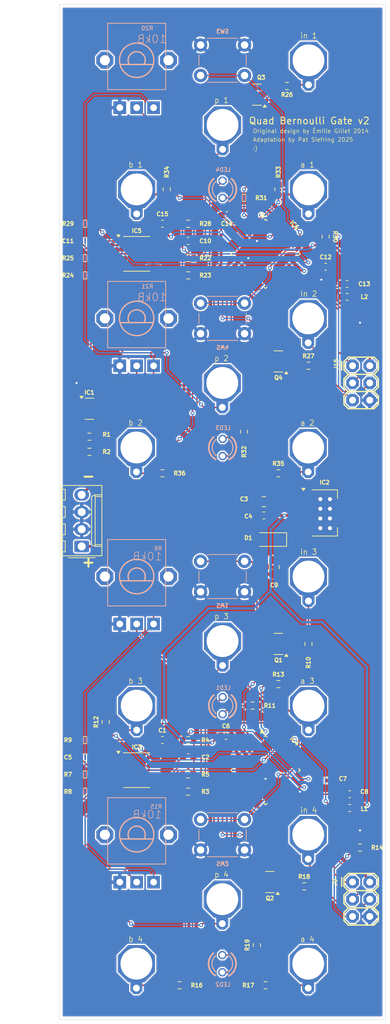
<source format=kicad_pcb>
(kicad_pcb (version 20240108) (generator "pcbnew") (generator_version "8.0")
  (layers (0 "F.Cu" signal) (31 "B.Cu" signal) (34 "B.Paste" user) (35 "F.Paste" user) (36 "B.SilkS" user "B.Silkscreen") (37 "F.SilkS" user "F.Silkscreen") (38 "B.Mask" user) (39 "F.Mask" user) (44 "Edge.Cuts" user))
  (net 0 "")
  (net 1 "GND")
  (net 2 "VEE")
  (net 3 "N$29")
  (net 4 "RESET")
  (net 5 "N$1")
  (net 6 "GATE1_IN")
  (net 7 "N$2")
  (net 8 "GATE2_IN")
  (net 9 "+5V")
  (net 10 "N$9")
  (net 11 "N$10")
  (net 12 "N$34")
  (net 13 "N$35")
  (net 14 "N$36")
  (net 15 "AREF")
  (net 16 "MOSI")
  (net 17 "MISO")
  (net 18 "SCK")
  (net 19 "N$6")
  (net 20 "N$39")
  (net 21 "REF_-5")
  (net 22 "N$3")
  (net 23 "N$4")
  (net 24 "N$8")
  (net 25 "N$11")
  (net 26 "VCC")
  (net 27 "P1_CV")
  (net 28 "P2_CV")
  (net 29 "IN1")
  (net 30 "IN2")
  (net 31 "OUT1_A")
  (net 32 "OUT1_B")
  (net 33 "OUT2_A")
  (net 34 "OUT2_B")
  (net 35 "N$14")
  (net 36 "N$15")
  (net 37 "N$18")
  (net 38 "N$13")
  (net 39 "N$16")
  (net 40 "N$17")
  (net 41 "SW1")
  (net 42 "SW2")
  (net 43 "/P1_CV")
  (net 44 "/P2_CV")
  (net 45 "/AREF")
  (net 46 "Net-(IC5B--IN)")
  (net 47 "Net-(IC5A--IN)")
  (net 48 "Net-(IC6-AVCC)")
  (net 49 "/OUT2_A")
  (net 50 "/OUT1_A")
  (net 51 "/RESET")
  (net 52 "/SCK")
  (net 53 "/SW1")
  (net 54 "/IN2")
  (net 55 "/MISO")
  (net 56 "/IN1")
  (net 57 "/SW2")
  (net 58 "/OUT2_B")
  (net 59 "/MOSI")
  (net 60 "/OUT1_B")
  (net 61 "Net-(IC6-PD2(INT0))")
  (net 62 "Net-(IC6-PB0(ICP))")
  (net 63 "Net-(IC6-PB1(OC1A))")
  (net 64 "Net-(IC6-PD1(TXD))")
  (net 65 "Net-(J11-3)")
  (net 66 "Net-(J12-3)")
  (net 67 "Net-(J13-3)")
  (net 68 "Net-(J14-3)")
  (net 69 "Net-(J16-3)")
  (net 70 "Net-(J17-3)")
  (net 71 "Net-(J18-3)")
  (net 72 "Net-(J19-3)")
  (net 73 "Net-(LED3-C)")
  (net 74 "Net-(LED4-PadA)")
  (net 75 "Net-(Q3-PadB)")
  (net 76 "Net-(Q4-PadB)")
  (net 77 "Net-(R20-S)")
  (net 78 "Net-(R21-S)")
  (footprint "Package_TO_SOT_SMD:SOT-23" (layer "F.Cu") (at 71.755 114.72 180)
    (property "Reference" "Q1")
    (property "Value" "MMBT3904")
  )
  (footprint "Library:BananaJackHookup" (layer "F.Cu") (at 76.2 123.825)
    (property "Reference" "REF**" (hide yes))
    (property "Value" "BananaJackHookup" (hide yes))
  )
  (footprint "Capacitor_SMD:C_0603_1608Metric" (layer "F.Cu") (at 64.008 128.27)
    (property "Reference" "C6")
    (property "Value" "100n")
  )
  (footprint "Library:BananaJackHookup" (layer "F.Cu") (at 50.8 123.825)
    (property "Reference" "REF**" (hide yes))
    (property "Value" "BananaJackHookup" (hide yes))
  )
  (footprint "Resistor_SMD:R_0603_1608Metric" (layer "F.Cu") (at 75.565 150.495)
    (property "Reference" "R18")
    (property "Value" "100k")
  )
  (footprint "Resistor_SMD:R_0603_1608Metric" (layer "F.Cu") (at 58.42 136.525)
    (property "Reference" "R3")
    (property "Value" "100k")
  )
  (footprint "Package_TO_SOT_SMD:SOT-23" (layer "F.Cu") (at 43.815 80.01)
    (property "Reference" "IC1")
    (property "Value" "LM4040 5.0V")
  )
  (footprint "Resistor_SMD:R_0603_1608Metric" (layer "F.Cu") (at 58.42 52.705 180)
    (property "Reference" "R28")
    (property "Value" "100k")
  )
  (footprint "branches_v40COPY:FIDUCIAL-1X2" (layer "F.Cu") (at 41.275 168.275)
    (property "Reference" "F4" (hide yes))
    (property "Value" "FIDUCIAL1X2" (hide yes))
  )
  (footprint "Capacitor_SMD:C_0603_1608Metric" (layer "F.Cu") (at 43.18 131.445)
    (property "Reference" "C5")
    (property "Value" "1n")
  )
  (footprint "branches_v40COPY:FIDUCIAL-1X2" (layer "F.Cu") (at 85.725 168.275)
    (property "Reference" "F3" (hide yes))
    (property "Value" "FIDUCIAL1X2" (hide yes))
  )
  (footprint "Resistor_SMD:R_0603_1608Metric" (layer "F.Cu") (at 43.815 86.36 180)
    (property "Reference" "R2")
    (property "Value" "3.3K")
  )
  (footprint "Resistor_SMD:R_0603_1608Metric" (layer "F.Cu") (at 69.85 165.1)
    (property "Reference" "R17")
    (property "Value" "1.0k")
  )
  (footprint "Resistor_SMD:R_0603_1608Metric" (layer "F.Cu") (at 57.15 165.1 180)
    (property "Reference" "R16")
    (property "Value" "1.0k")
  )
  (footprint "Resistor_SMD:R_0603_1608Metric" (layer "F.Cu") (at 43.18 60.325 180)
    (property "Reference" "R24")
    (property "Value" "100k")
  )
  (footprint "Resistor_SMD:R_0603_1608Metric" (layer "F.Cu") (at 43.18 52.705)
    (property "Reference" "R29")
    (property "Value" "100k")
  )
  (footprint "Resistor_SMD:R_0603_1608Metric" (layer "F.Cu") (at 58.42 60.325 180)
    (property "Reference" "R23")
    (property "Value" "100k")
  )
  (footprint "Resistor_SMD:R_0603_1608Metric" (layer "F.Cu") (at 55.245 47.625 90)
    (property "Reference" "R34")
    (property "Value" "1.0k")
  )
  (footprint "Capacitor_SMD:C_0603_1608Metric" (layer "F.Cu") (at 82.296 136.906)
    (property "Reference" "C8")
    (property "Value" "100n")
  )
  (footprint "Resistor_SMD:R_0603_1608Metric" (layer "F.Cu") (at 66.675 48.895 180)
    (property "Reference" "R31")
    (property "Value" "220")
  )
  (footprint "Library:BananaJackHookup" (layer "F.Cu") (at 76.16 142.86)
    (property "Reference" "REF**" (hide yes))
    (property "Value" "BananaJackHookup" (hide yes))
  )
  (footprint "Resistor_SMD:R_0603_1608Metric" (layer "F.Cu") (at 71.755 89.535)
    (property "Reference" "R35")
    (property "Value" "1.0k")
  )
  (footprint "Inductor_SMD:L_0603_1608Metric" (layer "F.Cu") (at 81.915 63.5 180)
    (property "Reference" "L2")
    (property "Value" "WE-CBF_0603")
  )
  (footprint "Library:BananaJackHookup" (layer "F.Cu") (at 50.8 47.64)
    (property "Reference" "REF**" (hide yes))
    (property "Value" "BananaJackHookup" (hide yes))
  )
  (footprint "Capacitor_SMD:C_0603_1608Metric" (layer "F.Cu") (at 78.74 134.874)
    (property "Reference" "C7")
    (property "Value" "100n")
  )
  (footprint "Library:BananaJackHookup" (layer "F.Cu") (at 63.5 38.115)
    (property "Reference" "REF**" (hide yes))
    (property "Value" "BananaJackHookup" (hide yes))
  )
  (footprint "Capacitor_SMD:C_0603_1608Metric" (layer "F.Cu") (at 54.61 128.905)
    (property "Reference" "C1")
    (property "Value" "100n")
  )
  (footprint "Resistor_SMD:R_0603_1608Metric" (layer "F.Cu") (at 76.2 73.66)
    (property "Reference" "R27")
    (property "Value" "100k")
  )
  (footprint "Package_TO_SOT_SMD:SOT-23" (layer "F.Cu") (at 70.485 149.86 180)
    (property "Reference" "Q2")
    (property "Value" "MMBT3904")
  )
  (footprint "branches_v40COPY:FIDUCIAL-1X2" (layer "F.Cu") (at 85.725 22.225)
    (property "Reference" "F1" (hide yes))
    (property "Value" "FIDUCIAL1X2" (hide yes))
  )
  (footprint "Library:BananaJackHookup" (layer "F.Cu") (at 76.16 161.91)
    (property "Reference" "REF**" (hide yes))
    (property "Value" "BananaJackHookup" (hide yes))
  )
  (footprint "Capacitor_SMD:C_0603_1608Metric" (layer "F.Cu") (at 69.596 95.758 180)
    (property "Reference" "C4")
    (property "Value" "100n")
  )
  (footprint "Diode_SMD:D_SOD-123" (layer "F.Cu") (at 70.612 99.314 180)
    (property "Reference" "D1")
    (property "Value" "1N5819HW")
  )
  (footprint "Library:BananaJackHookup" (layer "F.Cu") (at 76.16 66.675)
    (property "Reference" "REF**" (hide yes))
    (property "Value" "BananaJackHookup" (hide yes))
  )
  (footprint "Resistor_SMD:R_0603_1608Metric" (layer "F.Cu") (at 73.025 32.385)
    (property "Reference" "R26")
    (property "Value" "100k")
  )
  (footprint "Resistor_SMD:R_0603_1608Metric" (layer "F.Cu") (at 46.228 126.238 90)
    (property "Reference" "R12")
    (property "Value" "1.0k")
  )
  (footprint "Capacitor_SMD:C_0603_1608Metric" (layer "F.Cu") (at 54.61 52.705)
    (property "Reference" "C15")
    (property "Value" "100n")
  )
  (footprint "Library:BananaJackHookup" (layer "F.Cu") (at 76.2 104.775)
    (property "Reference" "REF**" (hide yes))
    (property "Value" "BananaJackHookup" (hide yes))
  )
  (footprint "Resistor_SMD:R_0603_1608Metric" (layer "F.Cu") (at 43.18 136.525 180)
    (property "Reference" "R8")
    (property "Value" "100k")
  )
  (footprint "Capacitor_SMD:C_0603_1608Metric" (layer "F.Cu") (at 78.74 59.055)
    (property "Reference" "C12")
    (property "Value" "100n")
  )
  (footprint "Package_TO_SOT_SMD:SOT-23" (layer "F.Cu") (at 71.755 73.025 180)
    (property "Reference" "Q4")
    (property "Value" "MMBT3904")
  )
  (footprint "Resistor_SMD:R_0603_1608Metric" (layer "F.Cu") (at 66.675 83.4 90)
    (property "Reference" "R32")
    (property "Value" "220")
  )
  (footprint "Resistor_SMD:R_0603_1608Metric" (layer "F.Cu") (at 43.18 57.785 180)
    (property "Reference" "R25")
    (property "Value" "100k")
  )
  (footprint "Capacitor_SMD:C_0805_2012Metric_Pad1.18x1.45mm_HandSolder" (layer "F.Cu") (at 71.12 103.378 -90)
    (property "Reference" "C9")
    (property "Value" "10uF")
  )
  (footprint "Resistor_SMD:R_0603_1608Metric" (layer "F.Cu") (at 54.61 89.535 180)
    (property "Reference" "R36")
    (property "Value" "1.0k")
  )
  (footprint "branches_v40COPY:2X3" (layer "F.Cu") (at 82.7175 73.66 -90)
    (property "Reference" "J15")
    (property "Value" "AVR_SPI_PRG_6PTH" (hide yes))
  )
  (footprint "Package_SO:SOIC-8_3.9x4.9mm_P1.27mm" (layer "F.Cu") (at 50.8 57.15)
    (property "Reference" "IC5")
    (property "Value" "MCP6002")
  )
  (footprint "Resistor_SMD:R_0603_1608Metric" (layer "F.Cu") (at 58.42 57.785 180)
    (property "Reference" "R22")
    (property "Value" "100k")
  )
  (footprint "Resistor_SMD:R_0603_1608Metric" (layer "F.Cu") (at 76.2 114.72 90)
    (property "Reference" "R10")
    (property "Value" "100k")
  )
  (footprint "Capacitor_SMD:C_0603_1608Metric" (layer "F.Cu") (at 81.915 61.595)
    (property "Reference" "C13")
    (property "Value" "100n")
  )
  (footprint "Resistor_SMD:R_0603_1608Metric" (layer "F.Cu") (at 78.74 54.61 -90)
    (property "Reference" "R30")
    (property "Value" "10k")
  )
  (footprint "Library:BananaJackHookup" (layer "F.Cu") (at 63.46 76.2)
    (property "Reference" "REF**" (hide yes))
    (property "Value" "BananaJackHookup" (hide yes))
  )
  (footprint "Resistor_SMD:R_0603_1608Metric" (layer "F.Cu") (at 71.755 47.625 90)
    (property "Reference" "R33")
    (property "Value" "1.0k")
  )
  (footprint "Library:BananaJackHookup" (layer "F.Cu") (at 76.2 28.59)
    (property "Reference" "REF**" (hide yes))
    (property "Value" "BananaJackHookup" (hide yes))
  )
  (footprint "Resistor_SMD:R_0603_1608Metric" (layer "F.Cu") (at 43.18 133.985 180)
    (property "Reference" "R7")
    (property "Value" "100k")
  )
  (footprint "Resistor_SMD:R_0603_1608Metric" (layer "F.Cu") (at 43.18 128.905)
    (property "Reference" "R9")
    (property "Value" "100k")
  )
  (footprint "Package_SO:SOIC-8_3.9x4.9mm_P1.27mm" (layer "F.Cu") (at 50.8 133.35)
    (property "Reference" "IC3")
    (property "Value" "MCP6002")
  )
  (footprint "Capacitor_SMD:C_0603_1608Metric" (layer "F.Cu") (at 58.42 131.445 180)
    (property "Reference" "C2")
    (property "Value" "1n")
  )
  (footprint "Package_QFP:TQFP-32_7x7mm_P0.8mm" (layer "F.Cu") (at 69.85 57.15 -45)
    (property "Reference" "IC6")
    (property "Value" "ATMEGA88PA-AU")
  )
  (footprint "Resistor_SMD:R_0603_1608Metric" (layer "F.Cu") (at 43.815 84.1375 180)
    (property "Reference" "R1")
    (property "Value" "3.3K")
  )
  (footprint "Library:BananaJackHookup" (layer "F.Cu") (at 76.16 85.725)
    (property "Reference" "REF**" (hide yes))
    (property "Value" "BananaJackHookup" (hide yes))
  )
  (footprint "Capacitor_SMD:C_0603_1608Metric" (layer "F.Cu") (at 58.42 55.245 180)
    (property "Reference" "C10")
    (property "Value" "1n")
  )
  (footprint "Resistor_SMD:R_0603_1608Metric" (layer "F.Cu") (at 58.42 128.905 180)
    (property "Reference" "R4")
    (property "Value" "100k")
  )
  (footprint "Resistor_SMD:R_0603_1608Metric" (layer "F.Cu") (at 68.58 159.17 90)
    (property "Reference" "R19")
    (property "Value" "220")
  )
  (footprint "Library:BananaJackHookup" (layer "F.Cu") (at 50.76 161.91)
    (property "Reference" "REF**" (hide yes))
    (property "Value" "BananaJackHookup" (hide yes))
  )
  (footprint "Library:BananaJackHookup" (layer "F.Cu") (at 63.5 114.3)
    (property "Reference" "REF**" (hide yes))
    (property "Value" "BananaJackHookup" (hide yes))
  )
  (footprint "branches_v40COPY:2X3" (layer "F.Cu") (at 82.7175 149.86 -90)
    (property "Reference" "J9")
    (property "Value" "")
  )
  (footprint "Resistor_SMD:R_0603_1608Metric" (layer "F.Cu") (at 67.945 123.825 180)
    (property "Reference" "R11")
    (property "Value" "220")
  )
  (footprint "Capacitor_SMD:C_0805_2012Metric_Pad1.18x1.45mm_HandSolder" (layer "F.Cu") (at 69.596 93.726 180)
    (property "Reference" "C3")
    (property "Value" "10uF")
  )
  (footprint "Connector_Molex:Molex_KK-254_AE-6410-04A_1x04_P2.54mm_Vertical" (layer "F.Cu") (at 42.672 100.33 90)
    (property "Reference" "REF**" (hide yes))
    (property "Value" "Molex_KK-254_AE-6410-04A_1x04_P2.54mm_Vertical" (hide yes))
  )
  (footprint "Resistor_SMD:R_0603_1608Metric" (layer "F.Cu") (at 83.82 144.78)
    (property "Reference" "R14")
    (property "Value" "10k")
  )
  (footprint "Resistor_SMD:R_0603_1608Metric" (layer "F.Cu") (at 58.42 133.985)
    (property "Reference" "R5")
    (property "Value" "100k")
  )
  (footprint "Library:BananaJackHookup" (layer "F.Cu") (at 63.46 152.385)
    (property "Reference" "REF**" (hide yes))
    (property "Value" "BananaJackHookup" (hide yes))
  )
  (footprint "Library:BananaJackHookup" (layer "F.Cu") (at 76.2 47.64)
    (property "Reference" "REF**" (hide yes))
    (property "Value" "BananaJackHookup" (hide yes))
  )
  (footprint "Resistor_SMD:R_0603_1608Metric" (layer "F.Cu") (at 71.755 120.65)
    (property "Reference" "R13")
    (property "Value" "1.0k")
  )
  (footprint "Package_TO_SOT_SMD:SOT-23" (layer "F.Cu") (at 68.58 33.655 180)
    (property "Reference" "Q3")
    (property "Value" "MMBT3904")
  )
  (footprint "Inductor_SMD:L_0603_1608Metric" (layer "F.Cu") (at 82.296 138.938 180)
    (property "Reference" "L1")
    (property "Value" "")
  )
  (footprint "Package_TO_SOT_SMD:SOT-223" (layer "F.Cu") (at 78.5813 95.38335)
    (property "Reference" "IC2")
    (property "Value" "LM1117-5.0")
  )
  (footprint "Capacitor_SMD:C_0603_1608Metric" (layer "F.Cu") (at 64.135 51.435)
    (property "Reference" "C14")
    (property "Value" "100n")
  )
  (footprint "Library:BananaJackHookup" (layer "F.Cu") (at 50.76 85.725)
    (property "Reference" "REF**" (hide yes))
    (property "Value" "BananaJackHookup" (hide yes))
  )
  (footprint "Package_QFP:TQFP-32_7x7mm_P0.8mm" (layer "F.Cu") (at 69.85 133.35 -45)
    (property "Reference" "IC4")
    (property "Value" "ATMEGA88PA-AU")
  )
  (footprint "Capacitor_SMD:C_0603_1608Metric" (layer "F.Cu") (at 43.18 55.245)
    (property "Reference" "C11")
    (property "Value" "1n")
  )
  (footprint "branches_v40COPY:FIDUCIAL-1X2" (layer "F.Cu") (at 41.275 22.225)
    (property "Reference" "F2" (hide yes))
    (property "Value" "FIDUCIAL1X2" (hide yes))
  )
  (footprint "branches_v40COPY:LED3MM" (layer "B.Cu") (at 63.46 161.91 90)
    (property "Reference" "LED2")
    (property "Value" "WP937EGW")
  )
  (footprint "Button_Switch_THT:SW_PUSH_6mm_H4.3mm" (layer "B.Cu") (at 60.25 107.025)
    (property "Reference" "SW1")
    (property "Value" "")
  )
  (footprint "Button_Switch_THT:SW_PUSH_6mm_H4.3mm" (layer "B.Cu") (at 60.25 145.125)
    (property "Reference" "SW2")
    (property "Value" "")
  )
  (footprint "branches_v40COPY:LED3MM" (layer "B.Cu") (at 63.5 47.625 90)
    (property "Reference" "LED4")
    (property "Value" "WP937EGW")
  )
  (footprint "Button_Switch_THT:SW_PUSH_6mm_H4.3mm" (layer "B.Cu") (at 66.75 26.325 180)
    (property "Reference" "SW3")
    (property "Value" "TAC_SWITCHPTH")
  )
  (footprint "Button_Switch_THT:SW_PUSH_6mm_H4.3mm" (layer "B.Cu") (at 60.25 68.925)
    (property "Reference" "SW4")
    (property "Value" "TAC_SWITCHPTH")
  )
  (footprint "branches_v40COPY:ALPS_POT_VERTICAL_PS" (layer "B.Cu") (at 50.8 28.575)
    (property "Reference" "R20")
    (property "Value" "10kB")
  )
  (footprint "branches_v40COPY:LED3MM" (layer "B.Cu") (at 63.5 123.825 90)
    (property "Reference" "LED1")
    (property "Value" "WP937EGW")
  )
  (footprint "branches_v40COPY:ALPS_POT_VERTICAL_PS" (layer "B.Cu") (at 50.8 104.775)
    (property "Reference" "R6")
    (property "Value" "10kB")
  )
  (footprint "branches_v40COPY:ALPS_POT_VERTICAL_PS" (layer "B.Cu") (at 50.8 66.675)
    (property "Reference" "R21")
    (property "Value" "10kB")
  )
  (footprint "branches_v40COPY:ALPS_POT_VERTICAL_PS" (layer "B.Cu") (at 50.8 142.875)
    (property "Reference" "R15")
    (property "Value" "10kB")
  )
  (footprint "branches_v40COPY:LED3MM" (layer "B.Cu") (at 63.5 85.725 90)
    (property "Reference" "LED3")
    (property "Value" "WP937EGW")
  )
  (gr_rect (start 39.37 20.32) (end 87.63 170.18) (stroke (width 0.05)) (fill none) (layer "Edge.Cuts"))
  (gr_text "+" (at 42.545 103.505 0) (layer "F.SilkS") (effects (font (size 1.5 1.5) (thickness 0.3) (bold yes)) (justify left bottom)))
  (gr_text "Adaptation by Pat Siefring 2025" (at 67.945 40.64 0) (layer "F.SilkS") (effects (font (size 0.6 0.6) (thickness 0.075)) (justify left bottom)))
  (gr_text "Original design by Émilie Gillet 2014" (at 67.945 39.37 0) (layer "F.SilkS") (effects (font (size 0.6 0.6) (thickness 0.075)) (justify left bottom)))
  (gr_text "-" (at 42.545 90.805 0) (layer "F.SilkS") (effects (font (size 1.5 1.5) (thickness 0.3) (bold yes)) (justify left bottom)))
  (gr_text ":)" (at 67.945 41.91 0) (layer "F.SilkS") (effects (font (size 0.6 0.6) (thickness 0.075)) (justify left bottom)))
  (gr_text "Quad Bernoulli Gate v2\n" (at 67.31 38.1 0) (layer "F.SilkS") (effects (font (size 1 1)) (justify left bottom)))
  (via (at 83.82 142.24) (size 0.6) (drill 0.3) (layers "F.Cu" "B.Cu") (net 1))
  (via (at 77.9463 97.6313) (size 1.108) (drill 0.6) (layers "F.Cu" "B.Cu") (net 1))
  (via (at 74.93 136.525) (size 0.6) (drill 0.3) (layers "F.Cu" "B.Cu") (net 1))
  (via (at 77.9463 94.7737) (size 1.108) (drill 0.6) (layers "F.Cu" "B.Cu") (net 1))
  (via (at 78.105 60.96) (size 0.6) (drill 0.3) (layers "F.Cu" "B.Cu") (net 1))
  (via (at 69.85 134.62) (size 0.6) (drill 0.3) (layers "F.Cu" "B.Cu") (net 1))
  (via (at 83.82 67.31) (size 0.6) (drill 0.3) (layers "F.Cu" "B.Cu") (net 1))
  (via (at 67.31 57.785) (size 0.6) (drill 0.3) (layers "F.Cu" "B.Cu") (net 1))
  (via (at 68.58 55.245) (size 0.6) (drill 0.3) (layers "F.Cu" "B.Cu") (net 1))
  (via (at 79.3751 96.2026) (size 1.108) (drill 0.6) (layers "F.Cu" "B.Cu") (net 1))
  (via (at 79.375 97.6313) (size 1.108) (drill 0.6) (layers "F.Cu" "B.Cu") (net 1))
  (via (at 79.3751 94.7737) (size 1.108) (drill 0.6) (layers "F.Cu" "B.Cu") (net 1))
  (via (at 79.375 93.345) (size 1.108) (drill 0.6) (layers "F.Cu" "B.Cu") (net 1))
  (via (at 41.91 76.2) (size 0.6) (drill 0.3) (layers "F.Cu" "B.Cu") (net 1))
  (via (at 77.9463 96.2026) (size 1.108) (drill 0.6) (layers "F.Cu" "B.Cu") (net 1))
  (via (at 77.9463 93.3451) (size 1.108) (drill 0.6) (layers "F.Cu" "B.Cu") (net 1))
  (segment (start 44.665 86.36) (end 44.665 84.1375) (width 0.4) (layer "F.Cu") (net 2))
  (segment (start 44.665 90.717) (end 44.665 86.36) (width 0.4) (layer "F.Cu") (net 2))
  (segment (start 42.672 92.71) (end 44.665 90.717) (width 0.4) (layer "F.Cu") (net 2))
  (segment (start 58 132.715) (end 57.15 132.715) (width 0.2) (layer "F.Cu") (net 3))
  (segment (start 59.27 133.985) (end 59.27 131.445) (width 0.2) (layer "F.Cu") (net 3))
  (segment (start 59.27 133.985) (end 58 132.715) (width 0.2) (layer "F.Cu") (net 3))
  (segment (start 57.15 132.715) (end 55.88 133.985) (width 0.2) (layer "F.Cu") (net 3))
  (segment (start 55.88 133.985) (end 53.4 133.985) (width 0.2) (layer "F.Cu") (net 3))
  (segment (start 59.27 128.905) (end 59.27 131.445) (width 0.2) (layer "F.Cu") (net 3))
  (segment (start 59.27 136.525) (end 59.27 133.985) (width 0.2) (layer "F.Cu") (net 3))
  (segment (start 82.97 144.78) (end 82.97 144.995) (width 0.2) (layer "F.Cu") (net 4))
  (segment (start 82.97 142.152) (end 78.74 137.922) (width 0.2) (layer "F.Cu") (net 4))
  (segment (start 74.168 128.778) (end 73.856315 128.778) (width 0.2) (layer "F.Cu") (net 4))
  (segment (start 82.97 144.995) (end 81.915 146.05) (width 0.2) (layer "F.Cu") (net 4))
  (segment (start 82.97 144.78) (end 82.97 142.152) (width 0.2) (layer "F.Cu") (net 4))
  (segment (start 73.856315 128.778) (end 72.602484 130.031831) (width 0.2) (layer "F.Cu") (net 4))
  (via (at 81.915 146.05) (size 0.6) (drill 0.3) (layers "F.Cu" "B.Cu") (net 4))
  (via (at 78.74 137.922) (size 0.6) (drill 0.3) (layers "F.Cu" "B.Cu") (net 4))
  (via (at 74.168 128.778) (size 0.6) (drill 0.3) (layers "F.Cu" "B.Cu") (net 4))
  (segment (start 80.01 153.67) (end 81.28 154.94) (width 0.2) (layer "B.Cu") (net 4))
  (segment (start 81.915 146.05) (end 80.01 147.955) (width 0.2) (layer "B.Cu") (net 4))
  (segment (start 81.28 154.94) (end 82.7175 154.94) (width 0.2) (layer "B.Cu") (net 4))
  (segment (start 78.74 137.922) (end 78.74 133.35) (width 0.2) (layer "B.Cu") (net 4))
  (segment (start 78.74 133.35) (end 74.168 128.778) (width 0.2) (layer "B.Cu") (net 4))
  (segment (start 80.01 147.955) (end 80.01 153.67) (width 0.2) (layer "B.Cu") (net 4))
  (segment (start 72.955 115.57) (end 72.855 115.67) (width 0.2) (layer "F.Cu") (net 5))
  (segment (start 76.2 115.57) (end 72.955 115.57) (width 0.2) (layer "F.Cu") (net 5))
  (segment (start 76.2 108.385) (end 76.2 113.87) (width 0.2) (layer "F.Cu") (net 6))
  (segment (start 74.715 150.495) (end 71.9 150.495) (width 0.2) (layer "F.Cu") (net 7))
  (segment (start 71.9 150.495) (end 71.585 150.81) (width 0.2) (layer "F.Cu") (net 7))
  (segment (start 76.415 150.495) (end 76.415 146.725) (width 0.2) (layer "F.Cu") (net 8))
  (segment (start 76.415 146.725) (end 76.16 146.47) (width 0.2) (layer "F.Cu") (net 8))
  (segment (start 55.665 54.61) (end 53.76 52.705) (width 0.3) (layer "F.Cu") (net 9))
  (segment (start 63.233 128.430056) (end 65.996268 131.193324) (width 0.2) (layer "F.Cu") (net 9))
  (segment (start 53.76 127.342) (end 54.864 126.238) (width 0.3) (layer "F.Cu") (net 9))
  (segment (start 85.344 144.106) (end 84.67 144.78) (width 0.3) (layer "F.Cu") (net 9))
  (segment (start 65.996268 54.993324) (end 63.36 52.357056) (width 0.2) (layer "F.Cu") (net 9))
  (segment (start 57.785 82.55) (end 57.785 64.211632) (width 0.4) (layer "F.Cu") (net 9))
  (segment (start 85.2575 65.9425) (end 85.2575 73.66) (width 0.3) (layer "F.Cu") (net 9))
  (segment (start 63.5 128.612) (end 63.158 128.27) (width 0.2) (layer "F.Cu") (net 9))
  (segment (start 84.836 138.43) (end 83.704 138.43) (width 0.4) (layer "F.Cu") (net 9))
  (segment (start 84.67 144.78) (end 84.67 149.2725) (width 0.3) (layer "F.Cu") (net 9))
  (segment (start 63.233 128.27) (end 63.233 128.430056) (width 0.2) (layer "F.Cu") (net 9))
  (segment (start 70.6335 93.726) (end 70.6335 92.5615) (width 0.4) (layer "F.Cu") (net 9))
  (segment (start 68.877 90.805) (end 60.96 90.805) (width 0.4) (layer "F.Cu") (net 9))
  (segment (start 63.158 128.27) (end 63.158 128.355057) (width 0.2) (layer "F.Cu") (net 9))
  (segment (start 53.76 128.905) (end 53.76 127.342) (width 0.3) (layer "F.Cu") (net 9))
  (segment (start 84.455 61.86) (end 82.815 63.5) (width 0.3) (layer "F.Cu") (net 9))
  (segment (start 84.67 149.2725) (end 85.2575 149.86) (width 0.2) (layer "F.Cu") (net 9))
  (segment (start 63.285 58.711632) (end 63.285 53.975) (width 0.4) (layer "F.Cu") (net 9))
  (segment (start 65.970686 52.705) (end 64.63 52.705) (width 0.2) (layer "F.Cu") (net 9))
  (segment (start 70.446 95.758) (end 70.446 93.9135) (width 0.4) (layer "F.Cu") (net 9))
  (segment (start 76.835 55.88) (end 78.32 55.88) (width 0.3) (layer "F.Cu") (net 9))
  (segment (start 83.704 138.43) (end 83.196 138.938) (width 0.4) (layer "F.Cu") (net 9))
  (segment (start 53.76 54.885) (end 53.4 55.245) (width 0.3) (layer "F.Cu") (net 9))
  (segment (start 63.158 128.27) (end 63.208 128.27) (width 0.2) (layer "F.Cu") (net 9))
  (segment (start 82.815 63.5) (end 85.2575 65.9425) (width 0.3) (layer "F.Cu") (net 9))
  (segment (start 70.6335 92.5615) (end 68.877 90.805) (width 0.4) (layer "F.Cu") (net 9))
  (segment (start 64.0112 129.0482) (end 66.113886 129.0482) (width 0.2) (layer "F.Cu") (net 9))
  (segment (start 70.446 93.9135) (end 70.6335 93.726) (width 0.4) (layer "F.Cu") (net 9))
  (segment (start 75.08245 95.758) (end 75.4317 95.40875) (width 0.3) (layer "F.Cu") (net 9))
  (segment (start 84.455 60.325) (end 84.455 61.86) (width 0.3) (layer "F.Cu") (net 9))
  (segment (start 62.65 128.612) (end 63.5 128.612) (width 0.3) (layer "F.Cu") (net 9))
  (segment (start 63.285 53.975) (end 63.285 51.51) (width 0.3) (layer "F.Cu") (net 9))
  (segment (start 53.76 52.705) (end 53.76 54.885) (width 0.3) (layer "F.Cu") (net 9))
  (segment (start 85.344 141.086) (end 85.344 144.106) (width 0.3) (layer "F.Cu") (net 9))
  (segment (start 58.9058 83.6708) (end 57.785 82.55) (width 0.4) (layer "F.Cu") (net 9))
  (segment (start 60.96 90.805) (end 58.9058 88.7508) (width 0.4) (layer "F.Cu") (net 9))
  (segment (start 66.613423 53.347738) (end 67.097516 53.831831) (width 0.3) (layer "F.Cu") (net 9))
  (segment (start 67.127639 53.861953) (end 65.970686 52.705) (width 0.2) (layer "F.Cu") (net 9))
  (segment (start 58.9058 88.7508) (end 58.9058 83.6708) (width 0.4) (layer "F.Cu") (net 9))
  (segment (start 61.976 129.286) (end 62.65 128.612) (width 0.3) (layer "F.Cu") (net 9))
  (segment (start 79.59 55.46) (end 84.455 60.325) (width 0.3) (layer "F.Cu") (net 9))
  (segment (start 72.644 95.758) (end 75.08245 95.758) (width 0.4) (layer "F.Cu") (net 9))
  (segment (start 78.74 55.46) (end 79.59 55.46) (width 0.3) (layer "F.Cu") (net 9))
  (segment (start 57.785 64.211632) (end 63.285 58.711632) (width 0.4) (layer "F.Cu") (net 9))
  (segment (start 63.36 52.357056) (end 63.36 51.435) (width 0.2) (layer "F.Cu") (net 9))
  (segment (start 63.233 128.27) (end 64.0112 129.0482) (width 0.2) (layer "F.Cu") (net 9))
  (segment (start 66.648503 129.582818) (end 67.097516 130.031831) (width 0.2) (layer "F.Cu") (net 9))
  (segment (start 55.88 54.61) (end 55.665 54.61) (width 0.3) (layer "F.Cu") (net 9))
  (segment (start 78.32 55.88) (end 78.74 55.46) (width 0.3) (layer "F.Cu") (net 9))
  (segment (start 83.196 138.938) (end 85.344 141.086) (width 0.3) (layer "F.Cu") (net 9))
  (segment (start 53.76 128.905) (end 53.76 131.085) (width 0.3) (layer "F.Cu") (net 9))
  (segment (start 63.285 51.51) (end 63.36 51.435) (width 0.3) (layer "F.Cu") (net 9))
  (segment (start 64.63 52.705) (end 63.36 51.435) (width 0.2) (layer "F.Cu") (net 9))
  (segment (start 72.644 95.758) (end 70.446 95.758) (width 0.4) (layer "F.Cu") (net 9))
  (segment (start 53.76 131.085) (end 53.4 131.445) (width 0.3) (layer "F.Cu") (net 9))
  (segment (start 66.113886 129.0482) (end 67.127639 130.061953) (width 0.2) (layer "F.Cu") (net 9))
  (via (at 76.835 55.88) (size 0.6) (drill 0.3) (layers "F.Cu" "B.Cu") (net 9))
  (via (at 63.285 53.975) (size 0.6) (drill 0.3) (layers "F.Cu" "B.Cu") (net 9))
  (via (at 84.836 138.43) (size 0.6) (drill 0.3) (layers "F.Cu" "B.Cu") (net 9))
  (via (at 54.864 126.238) (size 0.6) (drill 0.3) (layers "F.Cu" "B.Cu") (net 9))
  (via (at 55.88 54.61) (size 0.6) (drill 0.3) (layers "F.Cu" "B.Cu") (net 9))
  (via (at 61.976 129.286) (size 0.6) (drill 0.3) (layers "F.Cu" "B.Cu") (net 9))
  (via (at 72.644 95.758) (size 0.6) (drill 0.3) (layers "F.Cu" "B.Cu") (net 9))
  (segment (start 70.612 97.79) (end 72.644 95.758) (width 0.4) (layer "B.Cu") (net 9))
  (segment (start 76.835 55.88) (end 76.2 56.515) (width 0.3) (layer "B.Cu") (net 9))
  (segment (start 56.515 53.975) (end 55.88 54.61) (width 0.3) (layer "B.Cu") (net 9))
  (segment (start 63.285 53.975) (end 56.515 53.975) (width 0.3) (layer "B.Cu") (net 9))
  (segment (start 70.612 106.934) (end 75.184 111.506) (width 0.4) (layer "B.Cu") (net 9))
  (segment (start 78.232 111.506) (end 84.836 118.11) (width 0.4) (layer "B.Cu") (net 9))
  (segment (start 75.184 111.506) (end 78.232 111.506) (width 0.4) (layer "B.Cu") (net 9))
  (segment (start 61.468 109.474) (end 68.072 109.474) (width 0.4) (layer "B.Cu") (net 9))
  (segment (start 54.864 126.238) (end 54.864 116.078) (width 0.4) (layer "B.Cu") (net 9))
  (segment (start 70.612 106.934) (end 70.612 97.79) (width 0.4) (layer "B.Cu") (net 9))
  (segment (start 84.836 118.11) (end 84.836 138.43) (width 0.4) (layer "B.Cu") (net 9))
  (segment (start 76.2 56.515) (end 65.825 56.515) (width 0.3) (layer "B.Cu") (net 9))
  (segment (start 65.825 56.515) (end 63.285 53.975) (width 0.3) (layer "B.Cu") (net 9))
  (segment (start 68.072 109.474) (end 70.612 106.934) (width 0.4) (layer "B.Cu") (net 9))
  (segment (start 57.912 129.286) (end 54.864 126.238) (width 0.4) (layer "B.Cu") (net 9))
  (segment (start 54.864 116.078) (end 61.468 109.474) (width 0.4) (layer "B.Cu") (net 9))
  (segment (start 61.976 129.286) (end 57.912 129.286) (width 0.4) (layer "B.Cu") (net 9))
  (segment (start 60.325 137.1264) (end 59.6564 137.795) (width 0.2) (layer "F.Cu") (net 10))
  (segment (start 50.8 111.775) (end 50.8 112.9148) (width 0.2) (layer "F.Cu") (net 10))
  (segment (start 59.6564 137.795) (end 58.84 137.795) (width 0.2) (layer "F.Cu") (net 10))
  (segment (start 50.8 112.9148) (end 60.325 122.4398) (width 0.2) (layer "F.Cu") (net 10))
  (segment (start 60.325 122.4398) (end 60.325 137.1264) (width 0.2) (layer "F.Cu") (net 10))
  (segment (start 58.84 137.795) (end 57.57 136.525) (width 0.2) (layer "F.Cu") (net 10))
  (segment (start 59.9218 138.43) (end 57.15 138.43) (width 0.2) (layer "F.Cu") (net 11))
  (segment (start 57.57 134.2) (end 57.57 133.985) (width 0.2) (layer "F.Cu") (net 11))
  (segment (start 55.88 137.16) (end 55.88 135.89) (width 0.2) (layer "F.Cu") (net 11))
  (segment (start 60.96 137.3918) (end 59.9218 138.43) (width 0.2) (layer "F.Cu") (net 11))
  (segment (start 63.5 117.91) (end 60.96 120.45) (width 0.2) (layer "F.Cu") (net 11))
  (segment (start 55.88 135.89) (end 57.57 134.2) (width 0.2) (layer "F.Cu") (net 11))
  (segment (start 60.96 120.45) (end 60.96 137.3918) (width 0.2) (layer "F.Cu") (net 11))
  (segment (start 57.15 138.43) (end 55.88 137.16) (width 0.2) (layer "F.Cu") (net 11))
  (segment (start 72.605 123.84) (end 76.2 127.435) (width 0.2) (layer "F.Cu") (net 12))
  (segment (start 72.605 120.65) (end 72.605 123.84) (width 0.2) (layer "F.Cu") (net 12))
  (segment (start 48.275 127.435) (end 46.228 125.388) (width 0.2) (layer "F.Cu") (net 13))
  (segment (start 50.8 127.435) (end 48.275 127.435) (width 0.2) (layer "F.Cu") (net 13))
  (segment (start 70.7 165.1) (end 75.74 165.1) (width 0.2) (layer "F.Cu") (net 14))
  (segment (start 75.74 165.1) (end 76.16 165.52) (width 0.2) (layer "F.Cu") (net 14))
  (segment (start 72.602484 136.668169) (end 73.729315 137.795) (width 0.2) (layer "F.Cu") (net 15))
  (segment (start 73.729315 137.795) (end 75.5845 137.795) (width 0.2) (layer "F.Cu") (net 15))
  (segment (start 75.5845 137.795) (end 76.2 137.1795) (width 0.2) (layer "F.Cu") (net 15))
  (segment (start 76.2 137.1795) (end 76.2 136.564) (width 0.2) (layer "F.Cu") (net 15))
  (segment (start 76.2 136.564) (end 77.89 134.874) (width 0.2) (layer "F.Cu") (net 15))
  (segment (start 69.85 140.97) (end 73.025 140.97) (width 0.2) (layer "F.Cu") (net 16))
  (segment (start 78.105 139.7) (end 79.375 140.97) (width 0.2) (layer "F.Cu") (net 16))
  (segment (start 68.228887 137.79954) (end 67.779874 138.248553) (width 0.2) (layer "F.Cu") (net 16))
  (segment (start 68.25901 137.769417) (end 67.761355 138.267072) (width 0.2) (layer "F.Cu") (net 16))
  (segment (start 81.28 153.67) (end 83.9875 153.67) (width 0.2) (layer "F.Cu") (net 16))
  (segment (start 73.025 140.97) (end 74.295 139.7) (width 0.2) (layer "F.Cu") (net 16))
  (segment (start 79.375 140.97) (end 79.375 151.765) (width 0.2) (layer "F.Cu") (net 16))
  (segment (start 74.295 139.7) (end 78.105 139.7) (width 0.2) (layer "F.Cu") (net 16))
  (segment (start 67.761355 138.267072) (end 67.761355 138.881355) (width 0.2) (layer "F.Cu") (net 16))
  (segment (start 67.761355 138.881355) (end 69.85 140.97) (width 0.2) (layer "F.Cu") (net 16))
  (segment (start 83.9875 153.67) (end 85.2575 152.4) (width 0.2) (layer "F.Cu") (net 16))
  (segment (start 79.375 151.765) (end 81.28 153.67) (width 0.2) (layer "F.Cu") (net 16))
  (segment (start 81.28 149.86) (end 82.7175 149.86) (width 0.2) (layer "F.Cu") (net 17))
  (segment (start 80.01 140.97) (end 80.01 148.59) (width 0.2) (layer "F.Cu") (net 17))
  (segment (start 78.105 139.065) (end 80.01 140.97) (width 0.2) (layer "F.Cu") (net 17))
  (segment (start 68.824695 139.309695) (end 69.85 140.335) (width 0.2) (layer "F.Cu") (net 17))
  (segment (start 69.85 140.335) (end 73.025 140.335) (width 0.2) (layer "F.Cu") (net 17))
  (segment (start 68.824695 138.335103) (end 68.824695 139.309695) (width 0.2) (layer "F.Cu") (net 17))
  (segment (start 74.295 139.065) (end 78.105 139.065) (width 0.2) (layer "F.Cu") (net 17))
  (segment (start 80.01 148.59) (end 81.28 149.86) (width 0.2) (layer "F.Cu") (net 17))
  (segment (start 73.025 140.335) (end 74.295 139.065) (width 0.2) (layer "F.Cu") (net 17))
  (segment (start 70.905428 138.365226) (end 71.438191 138.897989) (width 0.2) (layer "F.Cu") (net 18))
  (segment (start 80.645 140.97) (end 80.645 146.685) (width 0.2) (layer "F.Cu") (net 18))
  (segment (start 74.0632 138.6618) (end 78.3368 138.6618) (width 0.2) (layer "F.Cu") (net 18))
  (segment (start 81.28 147.32) (end 82.55 147.32) (width 0.2) (layer "F.Cu") (net 18))
  (segment (start 78.3368 138.6618) (end 80.645 140.97) (width 0.2) (layer "F.Cu") (net 18))
  (segment (start 82.55 147.32) (end 83.9605 148.7305) (width 0.2) (layer "F.Cu") (net 18))
  (segment (start 80.645 146.685) (end 81.28 147.32) (width 0.2) (layer "F.Cu") (net 18))
  (segment (start 73.827011 138.897989) (end 74.0632 138.6618) (width 0.2) (layer "F.Cu") (net 18))
  (segment (start 83.9605 151.157) (end 82.7175 152.4) (width 0.2) (layer "F.Cu") (net 18))
  (segment (start 71.438191 138.897989) (end 73.827011 138.897989) (width 0.2) (layer "F.Cu") (net 18))
  (segment (start 83.9605 148.7305) (end 83.9605 151.157) (width 0.2) (layer "F.Cu") (net 18))
  (segment (start 56.3 165.1) (end 51.18 165.1) (width 0.2) (layer "F.Cu") (net 19))
  (segment (start 51.18 165.1) (end 50.76 165.52) (width 0.2) (layer "F.Cu") (net 19))
  (segment (start 71.471113 137.79954) (end 71.920126 138.248553) (width 0.2) (layer "F.Cu") (net 20))
  (segment (start 81.596 137.056) (end 81.446 136.906) (width 0.2) (layer "F.Cu") (net 20))
  (segment (start 81.596 138.938) (end 81.596 137.056) (width 0.2) (layer "F.Cu") (net 20))
  (segment (start 76.381447 138.248553) (end 77.724 136.906) (width 0.2) (layer "F.Cu") (net 20))
  (segment (start 73.724789 138.43) (end 73.906236 138.248553) (width 0.2) (layer "F.Cu") (net 20))
  (segment (start 73.906236 138.248553) (end 76.381447 138.248553) (width 0.2) (layer "F.Cu") (net 20))
  (segment (start 72.101573 138.43) (end 73.724789 138.43) (width 0.2) (layer "F.Cu") (net 20))
  (segment (start 77.724 136.906) (end 81.446 136.906) (width 0.2) (layer "F.Cu") (net 20))
  (segment (start 71.44099 137.769417) (end 72.101573 138.43) (width 0.2) (layer "F.Cu") (net 20))
  (segment (start 40.64 91.44) (end 40.64 105.41) (width 0.2) (layer "F.Cu") (net 21))
  (segment (start 42.965 84.1375) (end 42.965 86.36) (width 0.2) (layer "F.Cu") (net 21))
  (segment (start 42.86 80.96) (end 42.715 80.96) (width 0.2) (layer "F.Cu") (net 21))
  (segment (start 42.715 80.96) (end 42.715 83.8875) (width 0.2) (layer "F.Cu") (net 21))
  (segment (start 40.64 105.41) (end 45.085 109.855) (width 0.2) (layer "F.Cu") (net 21))
  (segment (start 42.715 83.8875) (end 42.965 84.1375) (width 0.2) (layer "F.Cu") (net 21))
  (segment (start 42.965 86.36) (end 42.4168 86.9082) (width 0.2) (layer "F.Cu") (net 21))
  (segment (start 53.3 73.675) (end 53.3 75.605) (width 0.2) (layer "F.Cu") (net 21))
  (segment (start 53.3 110.45) (end 53.3 111.775) (width 0.2) (layer "F.Cu") (net 21))
  (segment (start 44.45 82.55) (end 42.86 80.96) (width 0.2) (layer "F.Cu") (net 21))
  (segment (start 45.085 109.855) (end 52.705 109.855) (width 0.2) (layer "F.Cu") (net 21))
  (segment (start 52.705 109.855) (end 53.3 110.45) (width 0.2) (layer "F.Cu") (net 21))
  (segment (start 42.4168 89.6632) (end 40.64 91.44) (width 0.2) (layer "F.Cu") (net 21))
  (segment (start 53.3 75.605) (end 46.355 82.55) (width 0.2) (layer "F.Cu") (net 21))
  (segment (start 42.4168 86.9082) (end 42.4168 89.6632) (width 0.2) (layer "F.Cu") (net 21))
  (segment (start 46.355 82.55) (end 44.45 82.55) (width 0.2) (layer "F.Cu") (net 21))
  (segment (start 43.18 121.895) (end 43.18 144.145) (width 0.2) (layer "B.Cu") (net 21))
  (segment (start 43.18 144.145) (end 46.99 147.955) (width 0.2) (layer "B.Cu") (net 21))
  (segment (start 46.99 147.955) (end 52.705 147.955) (width 0.2) (layer "B.Cu") (net 21))
  (segment (start 51.38 33.655) (end 53.3 35.575) (width 0.2) (layer "B.Cu") (net 21))
  (segment (start 52.705 147.955) (end 53.3 148.55) (width 0.2) (layer "B.Cu") (net 21))
  (segment (start 53.3 73.675) (end 53.3 72.35) (width 0.2) (layer "B.Cu") (net 21))
  (segment (start 43.18 34.925) (end 44.45 33.655) (width 0.2) (layer "B.Cu") (net 21))
  (segment (start 52.705 71.755) (end 45.085 71.755) (width 0.2) (layer "B.Cu") (net 21))
  (segment (start 45.085 71.755) (end 43.18 69.85) (width 0.2) (layer "B.Cu") (net 21))
  (segment (start 53.3 148.55) (end 53.3 149.875) (width 0.2) (layer "B.Cu") (net 21))
  (segment (start 43.18 69.85) (end 43.18 34.925) (width 0.2) (layer "B.Cu") (net 21))
  (segment (start 53.3 72.35) (end 52.705 71.755) (width 0.2) (layer "B.Cu") (net 21))
  (segment (start 53.3 111.775) (end 43.18 121.895) (width 0.2) (layer "B.Cu") (net 21))
  (segment (start 44.45 33.655) (end 51.38 33.655) (width 0.2) (layer "B.Cu") (net 21))
  (segment (start 68.712 99.314) (end 67.696 100.33) (width 0.4) (layer "F.Cu") (net 22))
  (segment (start 67.696 100.33) (end 43.815 100.33) (width 0.4) (layer "F.Cu") (net 22))
  (segment (start 42.33 131.445) (end 42.33 133.985) (width 0.2) (layer "F.Cu") (net 23))
  (segment (start 48.2 132.715) (end 43.6 132.715) (width 0.2) (layer "F.Cu") (net 23))
  (segment (start 42.33 131.445) (end 42.33 128.905) (width 0.2) (layer "F.Cu") (net 23))
  (segment (start 43.6 132.715) (end 42.33 131.445) (width 0.2) (layer "F.Cu") (net 23))
  (segment (start 42.33 133.985) (end 42.33 136.525) (width 0.2) (layer "F.Cu") (net 23))
  (segment (start 43.18 140.335) (end 45.72 137.795) (width 0.2) (layer "F.Cu") (net 24))
  (segment (start 48.88 147.955) (end 45.72 147.955) (width 0.2) (layer "F.Cu") (net 24))
  (segment (start 45.72 135.255) (end 44.45 133.985) (width 0.2) (layer "F.Cu") (net 24))
  (segment (start 45.72 147.955) (end 43.18 145.415) (width 0.2) (layer "F.Cu") (net 24))
  (segment (start 45.72 137.795) (end 45.72 135.255) (width 0.2) (layer "F.Cu") (net 24))
  (segment (start 50.8 149.875) (end 48.88 147.955) (width 0.2) (layer "F.Cu") (net 24))
  (segment (start 44.45 133.985) (end 44.03 133.985) (width 0.2) (layer "F.Cu") (net 24))
  (segment (start 43.18 145.415) (end 43.18 140.335) (width 0.2) (layer "F.Cu") (net 24))
  (segment (start 42.545 148.59) (end 42.545 138.01) (width 0.2) (layer "F.Cu") (net 25))
  (segment (start 63.46 155.995) (end 60.54 155.995) (width 0.2) (layer "F.Cu") (net 25))
  (segment (start 42.545 138.01) (end 44.03 136.525) (width 0.2) (layer "F.Cu") (net 25))
  (segment (start 49.95 155.995) (end 42.545 148.59) (width 0.2) (layer "F.Cu") (net 25))
  (segment (start 60.54 155.995) (end 60.325 156.21) (width 0.2) (layer "F.Cu") (net 25))
  (via (at 60.325 156.21) (size 0.6) (drill 0.3) (layers "F.Cu" "B.Cu") (net 25))
  (via (at 49.95 155.995) (size 0.6) (drill 0.3) (layers "F.Cu" "B.Cu") (net 25))
  (segment (start 60.325 156.21) (end 50.165 156.21) (width 0.2) (layer "B.Cu") (net 25))
  (segment (start 50.165 156.21) (end 49.95 155.995) (width 0.2) (layer "B.Cu") (net 25))
  (segment (start 72.512 99.314) (end 73.81245 99.314) (width 0.4) (layer "F.Cu") (net 26))
  (segment (start 72.512 100.9485) (end 71.12 102.3405) (width 0.4) (layer "F.Cu") (net 26))
  (segment (start 72.512 99.314) (end 72.512 100.9485) (width 0.4) (layer "F.Cu") (net 26))
  (segment (start 73.81245 99.314) (end 75.4317 97.69475) (width 0.4) (layer "F.Cu") (net 26))
  (segment (start 53.4 132.715) (end 56.3 132.715) (width 0.2) (layer "F.Cu") (net 27))
  (segment (start 76.2 134.62) (end 75.079798 134.62) (width 0.2) (layer "F.Cu") (net 27))
  (segment (start 56.3 132.715) (end 57.57 131.445) (width 0.2) (layer "F.Cu") (net 27))
  (segment (start 57.57 128.905) (end 58.84 127.635) (width 0.2) (layer "F.Cu") (net 27))
  (segment (start 57.57 131.445) (end 57.57 128.905) (width 0.2) (layer "F.Cu") (net 27))
  (segment (start 75.079798 134.62) (end 74.865226 134.405428) (width 0.2) (layer "F.Cu") (net 27))
  (via (at 58.84 127.635) (size 0.6) (drill 0.3) (layers "F.Cu" "B.Cu") (net 27))
  (via (at 76.2 134.62) (size 0.6) (drill 0.3) (layers "F.Cu" "B.Cu") (net 27))
  (segment (start 76.2 134.62) (end 74.93 134.62) (width 0.2) (layer "B.Cu") (net 27))
  (segment (start 67.945 127.635) (end 58.84 127.635) (width 0.2) (layer "B.Cu") (net 27))
  (segment (start 74.93 134.62) (end 67.945 127.635) (width 0.2) (layer "B.Cu") (net 27))
  (segment (start 50.165 128.905) (end 51.435 130.175) (width 0.2) (layer "F.Cu") (net 28))
  (segment (start 75.218427 135.89) (end 74.29954 134.971113) (width 0.2) (layer "F.Cu") (net 28))
  (segment (start 48.2 131.445) (end 44.03 131.445) (width 0.2) (layer "F.Cu") (net 28))
  (segment (start 48.26 128.905) (end 50.165 128.905) (width 0.2) (layer "F.Cu") (net 28))
  (segment (start 44.03 128.905) (end 48.26 128.905) (width 0.2) (layer "F.Cu") (net 28))
  (segment (start 44.03 128.905) (end 44.03 131.445) (width 0.2) (layer "F.Cu") (net 28))
  (segment (start 75.565 135.89) (end 75.218427 135.89) (width 0.2) (layer "F.Cu") (net 28))
  (via (at 75.565 135.89) (size 0.6) (drill 0.3) (layers "F.Cu" "B.Cu") (net 28))
  (via (at 51.435 130.175) (size 0.6) (drill 0.3) (layers "F.Cu" "B.Cu") (net 28))
  (segment (start 53.086 131.826) (end 51.435 130.175) (width 0.2) (layer "B.Cu") (net 28))
  (segment (start 62.992 130.81) (end 61.976 131.826) (width 0.2) (layer "B.Cu") (net 28))
  (segment (start 75.565 135.89) (end 74.93 135.89) (width 0.2) (layer "B.Cu") (net 28))
  (segment (start 69.85 130.81) (end 62.992 130.81) (width 0.2) (layer "B.Cu") (net 28))
  (segment (start 61.976 131.826) (end 53.086 131.826) (width 0.2) (layer "B.Cu") (net 28))
  (segment (start 74.93 135.89) (end 69.85 130.81) (width 0.2) (layer "B.Cu") (net 28))
  (segment (start 68.228887 128.90046) (end 66.675 127.346573) (width 0.2) (layer "F.Cu") (net 29))
  (segment (start 66.675 127.346573) (end 66.675 127) (width 0.2) (layer "F.Cu") (net 29))
  (segment (start 67.945 120.65) (end 70.655 117.94) (width 0.2) (layer "F.Cu") (net 29))
  (segment (start 70.655 117.94) (end 70.655 114.72) (width 0.2) (layer "F.Cu") (net 29))
  (via (at 66.675 127) (size 0.6) (drill 0.3) (layers "F.Cu" "B.Cu") (net 29))
  (via (at 67.945 120.65) (size 0.6) (drill 0.3) (layers "F.Cu" "B.Cu") (net 29))
  (segment (start 66.675 127) (end 66.675 121.92) (width 0.2) (layer "B.Cu") (net 29))
  (segment (start 66.675 121.92) (end 67.945 120.65) (width 0.2) (layer "B.Cu") (net 29))
  (segment (start 67.945 142.875) (end 66.04 142.875) (width 0.2) (layer "F.Cu") (net 30))
  (segment (start 69.385 149.86) (end 69.385 144.315) (width 0.2) (layer "F.Cu") (net 30))
  (segment (start 63.5 138.002943) (end 65.966145 135.536798) (width 0.2) (layer "F.Cu") (net 30))
  (segment (start 69.385 144.315) (end 67.945 142.875) (width 0.2) (layer "F.Cu") (net 30))
  (segment (start 63.5 142.875) (end 63.5 138.002943) (width 0.2) (layer "F.Cu") (net 30))
  (via (at 66.04 142.875) (size 0.6) (drill 0.3) (layers "F.Cu" "B.Cu") (net 30))
  (via (at 63.5 142.875) (size 0.6) (drill 0.3) (layers "F.Cu" "B.Cu") (net 30))
  (segment (start 66.04 142.875) (end 63.5 142.875) (width 0.2) (layer "B.Cu") (net 30))
  (segment (start 69.494346 127.635) (end 68.794572 128.334774) (width 0.2) (layer "F.Cu") (net 31))
  (segment (start 69.85 127.635) (end 69.494346 127.635) (width 0.2) (layer "F.Cu") (net 31))
  (segment (start 69.85 120.65) (end 69.215 121.285) (width 0.2) (layer "F.Cu") (net 31))
  (segment (start 70.905 120.65) (end 69.85 120.65) (width 0.2) (layer "F.Cu") (net 31))
  (via (at 69.215 121.285) (size 0.6) (drill 0.3) (layers "F.Cu" "B.Cu") (net 31))
  (via (at 69.85 127.635) (size 0.6) (drill 0.3) (layers "F.Cu" "B.Cu") (net 31))
  (segment (start 69.215 121.285) (end 69.215 127) (width 0.2) (layer "B.Cu") (net 31))
  (segment (start 69.215 127) (end 69.85 127.635) (width 0.2) (layer "B.Cu") (net 31))
  (segment (start 46.228 127.088) (end 47.41 128.27) (width 0.2) (layer "F.Cu") (net 32))
  (segment (start 69.676943 131.826) (end 72.036798 129.466145) (width 0.2) (layer "F.Cu") (net 32))
  (segment (start 47.41 128.27) (end 47.752 128.27) (width 0.2) (layer "F.Cu") (net 32))
  (segment (start 69.596 131.826) (end 69.676943 131.826) (width 0.2) (layer "F.Cu") (net 32))
  (via (at 47.752 128.27) (size 0.6) (drill 0.3) (layers "F.Cu" "B.Cu") (net 32))
  (via (at 69.596 131.826) (size 0.6) (drill 0.3) (layers "F.Cu" "B.Cu") (net 32))
  (segment (start 52.832 133.35) (end 68.072 133.35) (width 0.2) (layer "B.Cu") (net 32))
  (segment (start 68.072 133.35) (end 69.596 131.826) (width 0.2) (layer "B.Cu") (net 32))
  (segment (start 47.752 128.27) (end 52.832 133.35) (width 0.2) (layer "B.Cu") (net 32))
  (segment (start 69 165.1) (end 62.865 165.1) (width 0.2) (layer "F.Cu") (net 33))
  (segment (start 62.865 147.955) (end 62.865 137.506573) (width 0.2) (layer "F.Cu") (net 33))
  (segment (start 59.055 161.29) (end 59.055 151.765) (width 0.2) (layer "F.Cu") (net 33))
  (segment (start 62.865 137.506573) (end 65.40046 134.971113) (width 0.2) (layer "F.Cu") (net 33))
  (segment (start 59.055 151.765) (end 62.865 147.955) (width 0.2) (layer "F.Cu") (net 33))
  (segment (start 62.865 165.1) (end 59.055 161.29) (width 0.2) (layer "F.Cu") (net 33))
  (segment (start 62.23 147.32) (end 62.23 137.010202) (width 0.2) (layer "F.Cu") (net 34))
  (segment (start 58 165.1) (end 58 151.55) (width 0.2) (layer "F.Cu") (net 34))
  (segment (start 58 151.55) (end 62.23 147.32) (width 0.2) (layer "F.Cu") (net 34))
  (segment (start 62.23 137.010202) (end 64.834774 134.405428) (width 0.2) (layer "F.Cu") (net 34))
  (segment (start 67.095 123.825) (end 64.77 123.825) (width 0.2) (layer "F.Cu") (net 35))
  (segment (start 64.77 123.825) (end 63.5 125.095) (width 0.2) (layer "F.Cu") (net 35))
  (segment (start 62.865 126.365) (end 69.85 126.365) (width 0.2) (layer "F.Cu") (net 36))
  (segment (start 69.85 126.365) (end 70.905428 127.420428) (width 0.2) (layer "F.Cu") (net 36))
  (segment (start 62.23 123.825) (end 62.23 125.73) (width 0.2) (layer "F.Cu") (net 36))
  (segment (start 63.5 122.555) (end 62.23 123.825) (width 0.2) (layer "F.Cu") (net 36))
  (segment (start 62.23 125.73) (end 62.865 126.365) (width 0.2) (layer "F.Cu") (net 36))
  (segment (start 70.905428 127.420428) (end 70.905428 128.334774) (width 0.2) (layer "F.Cu") (net 36))
  (segment (start 66.675 150.495) (end 64.135 147.955) (width 0.2) (layer "F.Cu") (net 37))
  (segment (start 64.135 138.499315) (end 66.531831 136.102484) (width 0.2) (layer "F.Cu") (net 37))
  (segment (start 68.58 158.32) (end 68.58 156.845) (width 0.2) (layer "F.Cu") (net 37))
  (segment (start 68.58 156.845) (end 66.675 154.94) (width 0.2) (layer "F.Cu") (net 37))
  (segment (start 66.675 154.94) (end 66.675 150.495) (width 0.2) (layer "F.Cu") (net 37))
  (segment (start 64.135 147.955) (end 64.135 138.499315) (width 0.2) (layer "F.Cu") (net 37))
  (segment (start 71.920126 128.451447) (end 71.471113 128.90046) (width 0.2) (layer "F.Cu") (net 38))
  (segment (start 71.938645 126.968645) (end 68.795 123.825) (width 0.2) (layer "F.Cu") (net 38))
  (segment (start 71.938645 128.432928) (end 71.938645 126.968645) (width 0.2) (layer "F.Cu") (net 38))
  (segment (start 71.44099 128.930583) (end 71.938645 128.432928) (width 0.2) (layer "F.Cu") (net 38))
  (segment (start 67.31 149.86) (end 64.77 147.32) (width 0.2) (layer "F.Cu") (net 39))
  (segment (start 67.31 154.305) (end 67.31 149.86) (width 0.2) (layer "F.Cu") (net 39))
  (segment (start 64.77 138.995685) (end 67.097516 136.668169) (width 0.2) (layer "F.Cu") (net 39))
  (segment (start 69.85 161.29) (end 69.85 156.845) (width 0.2) (layer "F.Cu") (net 39))
  (segment (start 63.46 163.18) (end 67.96 163.18) (width 0.2) (layer "F.Cu") (net 39))
  (segment (start 64.77 147.32) (end 64.77 138.995685) (width 0.2) (layer "F.Cu") (net 39))
  (segment (start 69.85 156.845) (end 67.31 154.305) (width 0.2) (layer "F.Cu") (net 39))
  (segment (start 67.96 163.18) (end 69.85 161.29) (width 0.2) (layer "F.Cu") (net 39))
  (segment (start 63.46 160.64) (end 67.96 160.64) (width 0.2) (layer "F.Cu") (net 40))
  (segment (start 67.96 160.64) (end 68.58 160.02) (width 0.2) (layer "F.Cu") (net 40))
  (segment (start 67.7164 102.5144) (end 68.58 103.378) (width 0.2) (layer "F.Cu") (net 41))
  (segment (start 67.3418 120.3642) (end 67.3418 120.899854) (width 0.2) (layer "F.Cu") (net 41))
  (segment (start 68.58 103.378) (end 68.58 119.126) (width 0.2) (layer "F.Cu") (net 41))
  (segment (start 74.7712 127.8572) (end 74.7712 131.257227) (width 0.2) (layer "F.Cu") (net 41))
  (segment (start 74.7712 131.257227) (end 74.29954 131.728887) (width 0.2) (layer "F.Cu") (net 41))
  (segment (start 68.330146 121.8882) (end 68.8022 121.8882) (width 0.2) (layer "F.Cu") (net 41))
  (segment (start 68.8022 121.8882) (end 74.7712 127.8572) (width 0.2) (layer "F.Cu") (net 41))
  (segment (start 68.58 119.126) (end 67.3418 120.3642) (width 0.2) (layer "F.Cu") (net 41))
  (segment (start 60.2488 102.5144) (end 66.7512 102.5144) (width 0.2) (layer "F.Cu") (net 41))
  (segment (start 66.7512 102.5144) (end 67.7164 102.5144) (width 0.2) (layer "F.Cu") (net 41))
  (segment (start 67.3418 120.899854) (end 68.330146 121.8882) (width 0.2) (layer "F.Cu") (net 41))
  (segment (start 73.174798 133.985) (end 74.865226 132.294572) (width 0.2) (layer "F.Cu") (net 42))
  (segment (start 71.755 133.985) (end 73.174798 133.985) (width 0.2) (layer "F.Cu") (net 42))
  (via (at 71.755 133.985) (size 0.6) (drill 0.3) (layers "F.Cu" "B.Cu") (net 42))
  (segment (start 71.755 133.985) (end 71.755 135.6106) (width 0.2) (layer "B.Cu") (net 42))
  (segment (start 71.755 135.6106) (end 66.7512 140.6144) (width 0.2) (layer "B.Cu") (net 42))
  (segment (start 66.7512 140.6144) (end 60.2488 140.6144) (width 0.2) (layer "B.Cu") (net 42))
  (segment (start 57.57 55.245) (end 57.57 56.3) (width 0.2) (layer "F.Cu") (net 43))
  (segment (start 57.57 56.3) (end 57.785 56.515) (width 0.2) (layer "F.Cu") (net 43))
  (segment (start 57.57 52.705) (end 57.57 55.245) (width 0.2) (layer "F.Cu") (net 43))
  (segment (start 76.2 58.42) (end 75.079798 58.42) (width 0.2) (layer "F.Cu") (net 43))
  (segment (start 56.3 56.515) (end 57.57 55.245) (width 0.2) (layer "F.Cu") (net 43))
  (segment (start 53.4 56.515) (end 56.3 56.515) (width 0.2) (layer "F.Cu") (net 43))
  (segment (start 75.079798 58.42) (end 74.865226 58.205428) (width 0.2) (layer "F.Cu") (net 43))
  (via (at 57.785 56.515) (size 0.6) (drill 0.3) (layers "F.Cu" "B.Cu") (net 43))
  (via (at 76.2 58.42) (size 0.6) (drill 0.3) (layers "F.Cu" "B.Cu") (net 43))
  (segment (start 58.42 57.15) (end 74.93 57.15) (width 0.2) (layer "B.Cu") (net 43))
  (segment (start 74.93 57.15) (end 76.2 58.42) (width 0.2) (layer "B.Cu") (net 43))
  (segment (start 57.785 56.515) (end 58.42 57.15) (width 0.2) (layer "B.Cu") (net 43))
  (segment (start 48.2 55.245) (end 44.03 55.245) (width 0.2) (layer "F.Cu") (net 44))
  (segment (start 75.565 59.69) (end 75.218427 59.69) (width 0.2) (layer "F.Cu") (net 44))
  (segment (start 75.218427 59.69) (end 74.29954 58.771113) (width 0.2) (layer "F.Cu") (net 44))
  (segment (start 44.03 52.705) (end 44.45 52.705) (width 0.2) (layer "F.Cu") (net 44))
  (segment (start 44.45 52.705) (end 45.72 53.975) (width 0.2) (layer "F.Cu") (net 44))
  (segment (start 44.03 55.245) (end 44.03 52.705) (width 0.2) (layer "F.Cu") (net 44))
  (via (at 75.565 59.69) (size 0.6) (drill 0.3) (layers "F.Cu" "B.Cu") (net 44))
  (via (at 45.72 53.975) (size 0.6) (drill 0.3) (layers "F.Cu" "B.Cu") (net 44))
  (segment (start 50.3746 58.6296) (end 74.5046 58.6296) (width 0.2) (layer "B.Cu") (net 44))
  (segment (start 45.72 53.975) (end 50.3746 58.6296) (width 0.2) (layer "B.Cu") (net 44))
  (segment (start 74.5046 58.6296) (end 75.565 59.69) (width 0.2) (layer "B.Cu") (net 44))
  (segment (start 75.35 61.595) (end 73.729315 61.595) (width 0.2) (layer "F.Cu") (net 45))
  (segment (start 73.729315 61.595) (end 72.602484 60.468169) (width 0.2) (layer "F.Cu") (net 45))
  (segment (start 77.89 59.055) (end 75.35 61.595) (width 0.2) (layer "F.Cu") (net 45))
  (segment (start 59.27 56.085) (end 57.57 57.785) (width 0.2) (layer "F.Cu") (net 46))
  (segment (start 53.4 57.785) (end 57.57 57.785) (width 0.2) (layer "F.Cu") (net 46))
  (segment (start 59.27 55.245) (end 59.27 56.085) (width 0.2) (layer "F.Cu") (net 46))
  (segment (start 57.57 60.325) (end 57.57 57.785) (width 0.2) (layer "F.Cu") (net 46))
  (segment (start 59.27 52.705) (end 59.27 55.245) (width 0.2) (layer "F.Cu") (net 46))
  (segment (start 42.33 52.705) (end 42.33 55.245) (width 0.2) (layer "F.Cu") (net 47))
  (segment (start 48.2 56.515) (end 43.6 56.515) (width 0.2) (layer "F.Cu") (net 47))
  (segment (start 43.6 56.515) (end 42.33 55.245) (width 0.2) (layer "F.Cu") (net 47))
  (segment (start 42.33 57.785) (end 42.33 60.325) (width 0.2) (layer "F.Cu") (net 47))
  (segment (start 42.33 57.785) (end 42.33 55.245) (width 0.2) (layer "F.Cu") (net 47))
  (segment (start 81.065 61.595) (end 80.611447 62.048553) (width 0.2) (layer "F.Cu") (net 48))
  (segment (start 73.724789 62.23) (end 73.906236 62.048553) (width 0.2) (layer "F.Cu") (net 48))
  (segment (start 72.101573 62.23) (end 73.724789 62.23) (width 0.2) (layer "F.Cu") (net 48))
  (segment (start 81.215 63.5) (end 81.215 61.745) (width 0.2) (layer "F.Cu") (net 48))
  (segment (start 71.44099 61.569417) (end 72.101573 62.23) (width 0.2) (layer "F.Cu") (net 48))
  (segment (start 71.920126 62.048553) (end 71.471113 61.59954) (width 0.2) (layer "F.Cu") (net 48))
  (segment (start 73.906236 62.048553) (end 80.611447 62.048553) (width 0.2) (layer "F.Cu") (net 48))
  (segment (start 81.215 61.745) (end 81.065 61.595) (width 0.2) (layer "F.Cu") (net 48))
  (segment (start 63.5 89.535) (end 59.7218 85.7568) (width 0.2) (layer "F.Cu") (net 49))
  (segment (start 62.865 69.85) (end 62.865 61.306573) (width 0.2) (layer "F.Cu") (net 49))
  (segment (start 59.7218 85.7568) (end 59.7218 72.9932) (width 0.2) (layer "F.Cu") (net 49))
  (segment (start 62.865 61.306573) (end 65.40046 58.771113) (width 0.2) (layer "F.Cu") (net 49))
  (segment (start 59.7218 72.9932) (end 62.865 69.85) (width 0.2) (layer "F.Cu") (net 49))
  (segment (start 70.905 89.535) (end 63.5 89.535) (width 0.2) (layer "F.Cu") (net 49))
  (segment (start 69.215 51.435) (end 69.215 51.714346) (width 0.2) (layer "F.Cu") (net 50))
  (segment (start 69.215 51.714346) (end 68.794572 52.134774) (width 0.2) (layer "F.Cu") (net 50))
  (segment (start 71.755 48.475) (end 71.755 49.53) (width 0.2) (layer "F.Cu") (net 50))
  (via (at 69.215 51.435) (size 0.6) (drill 0.3) (layers "F.Cu" "B.Cu") (net 50))
  (via (at 71.755 49.53) (size 0.6) (drill 0.3) (layers "F.Cu" "B.Cu") (net 50))
  (segment (start 71.755 49.53) (end 69.85 51.435) (width 0.2) (layer "B.Cu") (net 50))
  (segment (start 69.85 51.435) (end 69.215 51.435) (width 0.2) (layer "B.Cu") (net 50))
  (segment (start 78.3518 53.3718) (end 78.74 53.76) (width 0.2) (layer "F.Cu") (net 51))
  (segment (start 78.74 53.76) (end 79.795 53.76) (width 0.2) (layer "F.Cu") (net 51))
  (segment (start 72.572361 53.861953) (end 73.070015 53.364299) (width 0.2) (layer "F.Cu") (net 51))
  (segment (start 78.319299 53.364299) (end 78.74 53.785) (width 0.2) (layer "F.Cu") (net 51))
  (segment (start 73.070015 53.364299) (end 78.319299 53.364299) (width 0.2) (layer "F.Cu") (net 51))
  (segment (start 79.795 53.76) (end 80.645 54.61) (width 0.2) (layer "F.Cu") (net 51))
  (segment (start 72.602484 53.831831) (end 73.062515 53.3718) (width 0.2) (layer "F.Cu") (net 51))
  (via (at 80.645 54.61) (size 0.6) (drill 0.3) (layers "F.Cu" "B.Cu") (net 51))
  (segment (start 80.645 76.6675) (end 82.7175 78.74) (width 0.2) (layer "B.Cu") (net 51))
  (segment (start 80.645 54.61) (end 80.645 76.6675) (width 0.2) (layer "B.Cu") (net 51))
  (segment (start 82.55 66.739789) (end 82.55 68.58) (width 0.2) (layer "F.Cu") (net 52))
  (segment (start 70.905428 62.165226) (end 71.605202 62.865) (width 0.2) (layer "F.Cu") (net 52))
  (segment (start 83.9605 74.957) (end 82.7175 76.2) (width 0.2) (layer "F.Cu") (net 52))
  (segment (start 74.0632 62.4618) (end 78.272011 62.4618) (width 0.2) (layer "F.Cu") (net 52))
  (segment (start 83.9605 69.9905) (end 83.9605 74.957) (width 0.2) (layer "F.Cu") (net 52))
  (segment (start 71.605202 62.865) (end 73.66 62.865) (width 0.2) (layer "F.Cu") (net 52))
  (segment (start 78.272011 62.4618) (end 82.55 66.739789) (width 0.2) (layer "F.Cu") (net 52))
  (segment (start 73.66 62.865) (end 74.0632 62.4618) (width 0.2) (layer "F.Cu") (net 52))
  (segment (start 82.55 68.58) (end 83.9605 69.9905) (width 0.2) (layer "F.Cu") (net 52))
  (segment (start 74.29954 55.528887) (end 74.93 54.898427) (width 0.2) (layer "F.Cu") (net 53))
  (segment (start 74.93 54.898427) (end 74.93 53.975) (width 0.2) (layer "F.Cu") (net 53))
  (via (at 74.93 53.975) (size 0.6) (drill 0.3) (layers "F.Cu" "B.Cu") (net 53))
  (segment (start 72.39 50.165) (end 72.39 36.4744) (width 0.2) (layer "B.Cu") (net 53))
  (segment (start 73.1468 52.1918) (end 73.1468 50.9218) (width 0.2) (layer "B.Cu") (net 53))
  (segment (start 73.1468 50.9218) (end 72.39 50.165) (width 0.2) (layer "B.Cu") (net 53))
  (segment (start 60.2488 30.8356) (end 66.7512 30.8356) (width 0.2) (layer "B.Cu") (net 53))
  (segment (start 74.93 53.975) (end 73.1468 52.1918) (width 0.2) (layer "B.Cu") (net 53))
  (segment (start 72.39 36.4744) (end 66.7512 30.8356) (width 0.2) (layer "B.Cu") (net 53))
  (segment (start 70.655 73.025) (end 70.655 70.02) (width 0.2) (layer "F.Cu") (net 54))
  (segment (start 63.5 66.675) (end 63.5 61.802943) (width 0.2) (layer "F.Cu") (net 54))
  (segment (start 70.655 70.02) (end 67.31 66.675) (width 0.2) (layer "F.Cu") (net 54))
  (segment (start 63.5 61.802943) (end 65.966145 59.336798) (width 0.2) (layer "F.Cu") (net 54))
  (via (at 67.31 66.675) (size 0.6) (drill 0.3) (layers "F.Cu" "B.Cu") (net 54))
  (via (at 63.5 66.675) (size 0.6) (drill 0.3) (layers "F.Cu" "B.Cu") (net 54))
  (segment (start 67.31 66.675) (end 63.5 66.675) (width 0.2) (layer "B.Cu") (net 54))
  (segment (start 73.025 64.135) (end 74.295 62.865) (width 0.2) (layer "F.Cu") (net 55))
  (segment (start 68.794572 62.165226) (end 70.764346 64.135) (width 0.2) (layer "F.Cu") (net 55))
  (segment (start 74.295 62.865) (end 78.105 62.865) (width 0.2) (layer "F.Cu") (net 55))
  (segment (start 70.764346 64.135) (end 73.025 64.135) (width 0.2) (layer "F.Cu") (net 55))
  (segment (start 80.645 71.5875) (end 82.7175 73.66) (width 0.2) (layer "F.Cu") (net 55))
  (segment (start 78.105 62.865) (end 80.645 65.405) (width 0.2) (layer "F.Cu") (net 55))
  (segment (start 80.645 65.405) (end 80.645 71.5875) (width 0.2) (layer "F.Cu") (net 55))
  (segment (start 67.48 46.82) (end 66.675 47.625) (width 0.2) (layer "F.Cu") (net 56))
  (segment (start 67.48 33.655) (end 67.48 46.82) (width 0.2) (layer "F.Cu") (net 56))
  (segment (start 66.675 51.435) (end 66.963427 51.435) (width 0.2) (layer "F.Cu") (net 56))
  (segment (start 66.963427 51.435) (end 68.228887 52.70046) (width 0.2) (layer "F.Cu") (net 56))
  (via (at 66.675 51.435) (size 0.6) (drill 0.3) (layers "F.Cu" "B.Cu") (net 56))
  (via (at 66.675 47.625) (size 0.6) (drill 0.3) (layers "F.Cu" "B.Cu") (net 56))
  (segment (start 66.675 47.625) (end 66.675 51.435) (width 0.2) (layer "B.Cu") (net 56))
  (segment (start 74.337448 56.62235) (end 74.865226 56.094572) (width 0.2) (layer "F.Cu") (net 57))
  (segment (start 72.91765 56.62235) (end 74.337448 56.62235) (width 0.2) (layer "F.Cu") (net 57))
  (segment (start 70.485 59.2328) (end 70.485 59.055) (width 0.2) (layer "F.Cu") (net 57))
  (segment (start 70.485 59.055) (end 72.91765 56.62235) (width 0.2) (layer "F.Cu") (net 57))
  (via (at 70.485 59.2328) (size 0.6) (drill 0.3) (layers "F.Cu" "B.Cu") (net 57))
  (segment (start 66.7512 64.4144) (end 60.2488 64.4144) (width 0.2) (layer "B.Cu") (net 57))
  (segment (start 70.485 59.2328) (end 70.485 60.6806) (width 0.2) (layer "B.Cu") (net 57))
  (segment (start 70.485 60.6806) (end 66.7512 64.4144) (width 0.2) (layer "B.Cu") (net 57))
  (segment (start 55.46 89.535) (end 55.46 86.145) (width 0.2) (layer "F.Cu") (net 58))
  (segment (start 59.055 73.025) (end 62.23 69.85) (width 0.2) (layer "F.Cu") (net 58))
  (segment (start 62.23 69.85) (end 62.23 60.810202) (width 0.2) (layer "F.Cu") (net 58))
  (segment (start 59.055 80.645) (end 59.055 73.025) (width 0.2) (layer "F.Cu") (net 58))
  (segment (start 62.23 60.810202) (end 64.834774 58.205428) (width 0.2) (layer "F.Cu") (net 58))
  (segment (start 55.46 86.145) (end 57.15 84.455) (width 0.2) (layer "F.Cu") (net 58))
  (via (at 59.055 80.645) (size 0.6) (drill 0.3) (layers "F.Cu" "B.Cu") (net 58))
  (via (at 57.15 84.455) (size 0.6) (drill 0.3) (layers "F.Cu" "B.Cu") (net 58))
  (segment (start 59.055 82.55) (end 59.055 80.645) (width 0.2) (layer "B.Cu") (net 58))
  (segment (start 57.15 84.455) (end 59.055 82.55) (width 0.2) (layer "B.Cu") (net 58))
  (segment (start 80.01 76.2) (end 81.253 77.443) (width 0.2) (layer "F.Cu") (net 59))
  (segment (start 81.253 77.443) (end 84.0145 77.443) (width 0.2) (layer "F.Cu") (net 59))
  (segment (start 77.8732 63.2682) (end 80.01 65.405) (width 0.2) (layer "F.Cu") (net 59))
  (segment (start 74.5268 63.2682) (end 77.8732 63.2682) (width 0.2) (layer "F.Cu") (net 59))
  (segment (start 68.25901 61.569417) (end 67.761355 62.067072) (width 0.2) (layer "F.Cu") (net 59))
  (segment (start 67.761355 62.067072) (end 67.761355 62.681355) (width 0.2) (layer "F.Cu") (net 59))
  (segment (start 68.228887 61.59954) (end 67.779874 62.048553) (width 0.2) (layer "F.Cu") (net 59))
  (segment (start 67.761355 62.681355) (end 70.485 65.405) (width 0.2) (layer "F.Cu") (net 59))
  (segment (start 80.01 65.405) (end 80.01 76.2) (width 0.2) (layer "F.Cu") (net 59))
  (segment (start 84.0145 77.443) (end 85.2575 76.2) (width 0.2) (layer "F.Cu") (net 59))
  (segment (start 72.39 65.405) (end 74.5268 63.2682) (width 0.2) (layer "F.Cu") (net 59))
  (segment (start 70.485 65.405) (end 72.39 65.405) (width 0.2) (layer "F.Cu") (net 59))
  (segment (start 55.245 48.475) (end 56.73 48.475) (width 0.2) (layer "F.Cu") (net 60))
  (segment (start 70.485 54.61) (end 70.692943 54.61) (width 0.2) (layer "F.Cu") (net 60))
  (segment (start 70.692943 54.61) (end 72.036798 53.266145) (width 0.2) (layer "F.Cu") (net 60))
  (segment (start 56.73 48.475) (end 57.15 48.895) (width 0.2) (layer "F.Cu") (net 60))
  (via (at 57.15 48.895) (size 0.6) (drill 0.3) (layers "F.Cu" "B.Cu") (net 60))
  (via (at 70.485 54.61) (size 0.6) (drill 0.3) (layers "F.Cu" "B.Cu") (net 60))
  (segment (start 66.675 54.61) (end 70.485 54.61) (width 0.2) (layer "B.Cu") (net 60))
  (segment (start 63.5 51.435) (end 66.675 54.61) (width 0.2) (layer "B.Cu") (net 60))
  (segment (start 57.15 48.895) (end 60.96 48.895) (width 0.2) (layer "B.Cu") (net 60))
  (segment (start 60.96 48.895) (end 63.5 51.435) (width 0.2) (layer "B.Cu") (net 60))
  (segment (start 62.5872 47.2678) (end 62.5872 49.273096) (width 0.2) (layer "F.Cu") (net 61))
  (segment (start 63.5 46.355) (end 62.5872 47.2678) (width 0.2) (layer "F.Cu") (net 61))
  (segment (start 68.935654 50.165) (end 70.905428 52.134774) (width 0.2) (layer "F.Cu") (net 61))
  (segment (start 63.479104 50.165) (end 68.935654 50.165) (width 0.2) (layer "F.Cu") (net 61))
  (segment (start 62.5872 49.273096) (end 63.479104 50.165) (width 0.2) (layer "F.Cu") (net 61))
  (segment (start 66.675 82.55) (end 66.675 78.105) (width 0.2) (layer "F.Cu") (net 62))
  (segment (start 67.31 74.295) (end 64.135 71.12) (width 0.2) (layer "F.Cu") (net 62))
  (segment (start 64.135 71.12) (end 64.135 62.299315) (width 0.2) (layer "F.Cu") (net 62))
  (segment (start 64.135 62.299315) (end 66.531831 59.902484) (width 0.2) (layer "F.Cu") (net 62))
  (segment (start 67.31 77.47) (end 67.31 74.295) (width 0.2) (layer "F.Cu") (net 62))
  (segment (start 66.675 78.105) (end 67.31 77.47) (width 0.2) (layer "F.Cu") (net 62))
  (segment (start 63.5 86.995) (end 65.5864 86.995) (width 0.2) (layer "F.Cu") (net 63))
  (segment (start 64.77 62.795685) (end 67.097516 60.468169) (width 0.2) (layer "F.Cu") (net 63))
  (segment (start 65.5864 86.995) (end 67.7132 84.8682) (width 0.2) (layer "F.Cu") (net 63))
  (segment (start 67.7132 74.0632) (end 64.77 71.12) (width 0.2) (layer "F.Cu") (net 63))
  (segment (start 64.77 71.12) (end 64.77 62.795685) (width 0.2) (layer "F.Cu") (net 63))
  (segment (start 67.7132 84.8682) (end 67.7132 74.0632) (width 0.2) (layer "F.Cu") (net 63))
  (segment (start 71.920126 52.251447) (end 71.471113 52.70046) (width 0.2) (layer "F.Cu") (net 64))
  (segment (start 71.938645 52.232928) (end 71.938645 51.668075) (width 0.2) (layer "F.Cu") (net 64))
  (segment (start 71.44099 52.730583) (end 71.938645 52.232928) (width 0.2) (layer "F.Cu") (net 64))
  (segment (start 69.16557 48.895) (end 67.525 48.895) (width 0.2) (layer "F.Cu") (net 64))
  (segment (start 71.938645 51.668075) (end 69.16557 48.895) (width 0.2) (layer "F.Cu") (net 64))
  (segment (start 60.96 60.325) (end 59.27 60.325) (width 0.2) (layer "F.Cu") (net 65))
  (segment (start 63.5 41.725) (end 61.595 43.63) (width 0.2) (layer "F.Cu") (net 65))
  (segment (start 61.595 43.63) (end 61.595 59.69) (width 0.2) (layer "F.Cu") (net 65))
  (segment (start 61.595 59.69) (end 60.96 60.325) (width 0.2) (layer "F.Cu") (net 65))
  (segment (start 48.26 62.23) (end 44.03 58) (width 0.2) (layer "F.Cu") (net 66))
  (segment (start 48.895 71.755) (end 48.26 71.12) (width 0.2) (layer "F.Cu") (net 66))
  (segment (start 55.245 71.755) (end 48.895 71.755) (width 0.2) (layer "F.Cu") (net 66))
  (segment (start 60.76 79.81) (end 60.325 79.375) (width 0.2) (layer "F.Cu") (net 66))
  (segment (start 44.03 58) (end 44.03 57.785) (width 0.2) (layer "F.Cu") (net 66))
  (segment (start 48.26 71.12) (end 48.26 62.23) (width 0.2) (layer "F.Cu") (net 66))
  (segment (start 63.46 79.81) (end 60.76 79.81) (width 0.2) (layer "F.Cu") (net 66))
  (via (at 60.325 79.375) (size 0.6) (drill 0.3) (layers "F.Cu" "B.Cu") (net 66))
  (via (at 55.245 71.755) (size 0.6) (drill 0.3) (layers "F.Cu" "B.Cu") (net 66))
  (segment (start 55.245 74.295) (end 55.245 71.755) (width 0.2) (layer "B.Cu") (net 66))
  (segment (start 60.325 79.375) (end 55.245 74.295) (width 0.2) (layer "B.Cu") (net 66))
  (segment (start 74.06 32.2) (end 73.875 32.385) (width 0.2) (layer "F.Cu") (net 67))
  (segment (start 76.2 32.2) (end 74.06 32.2) (width 0.2) (layer "F.Cu") (net 67))
  (segment (start 77.05 71.175) (end 76.16 70.285) (width 0.2) (layer "F.Cu") (net 68))
  (segment (start 77.05 73.66) (end 77.05 71.175) (width 0.2) (layer "F.Cu") (net 68))
  (segment (start 71.755 46.805) (end 71.755 46.775) (width 0.2) (layer "F.Cu") (net 69))
  (segment (start 76.2 51.25) (end 71.755 46.805) (width 0.2) (layer "F.Cu") (net 69))
  (segment (start 50.8 51.25) (end 50.8 51.22) (width 0.2) (layer "F.Cu") (net 70))
  (segment (start 50.8 51.22) (end 55.245 46.775) (width 0.2) (layer "F.Cu") (net 70))
  (segment (start 76.16 89.335) (end 72.805 89.335) (width 0.2) (layer "F.Cu") (net 71))
  (segment (start 72.805 89.335) (end 72.605 89.535) (width 0.2) (layer "F.Cu") (net 71))
  (segment (start 53.76 89.535) (end 50.96 89.535) (width 0.2) (layer "F.Cu") (net 72))
  (segment (start 50.96 89.535) (end 50.76 89.335) (width 0.2) (layer "F.Cu") (net 72))
  (segment (start 66.675 84.25) (end 63.705 84.25) (width 0.2) (layer "F.Cu") (net 73))
  (segment (start 63.705 84.25) (end 63.5 84.455) (width 0.2) (layer "F.Cu") (net 73))
  (segment (start 65.825 48.895) (end 63.5 48.895) (width 0.2) (layer "F.Cu") (net 74))
  (segment (start 72.175 32.385) (end 71.9 32.385) (width 0.2) (layer "F.Cu") (net 75))
  (segment (start 71.9 32.385) (end 69.68 34.605) (width 0.2) (layer "F.Cu") (net 75))
  (segment (start 74.0525 73.975) (end 73.49 73.975) (width 0.2) (layer "F.Cu") (net 76))
  (segment (start 74.3675 73.66) (end 74.0525 73.975) (width 0.2) (layer "F.Cu") (net 76))
  (segment (start 75.35 73.66) (end 74.3675 73.66) (width 0.2) (layer "F.Cu") (net 76))
  (segment (start 50.8 35.575) (end 60.96 45.735) (width 0.2) (layer "F.Cu") (net 77))
  (segment (start 60.96 45.735) (end 60.96 57.15) (width 0.2) (layer "F.Cu") (net 77))
  (segment (start 60.325 57.785) (end 59.27 57.785) (width 0.2) (layer "F.Cu") (net 77))
  (segment (start 60.96 57.15) (end 60.325 57.785) (width 0.2) (layer "F.Cu") (net 77))
  (segment (start 47.625 76.2) (end 49.53 76.2) (width 0.2) (layer "F.Cu") (net 78))
  (segment (start 44.03 60.325) (end 44.03 72.605) (width 0.2) (layer "F.Cu") (net 78))
  (segment (start 49.53 76.2) (end 50.8 74.93) (width 0.2) (layer "F.Cu") (net 78))
  (segment (start 44.03 72.605) (end 47.625 76.2) (width 0.2) (layer "F.Cu") (net 78))
  (segment (start 50.8 74.93) (end 50.8 73.675) (width 0.2) (layer "F.Cu") (net 78))
  (zone (net 1) (net_name "GND") (layer "F.Cu") (connect_pads (clearance 0.2)) (min_thickness 0.2) (fill yes (thermal_gap 0.25) (thermal_bridge_width 0.5))
    (polygon (pts (xy 38.735 19.685) (xy 88.265 19.685) (xy 88.265 170.815) (xy 38.735 170.815)))
  )
  (zone (net 1) (net_name "GND") (layer "B.Cu") (priority 1) (connect_pads (clearance 0.2)) (min_thickness 0.2) (fill yes (thermal_gap 0.25) (thermal_bridge_width 0.5))
    (polygon (pts (xy 38.735 19.685) (xy 88.265 19.685) (xy 88.265 170.815) (xy 38.735 170.815)))
  )
)
</source>
